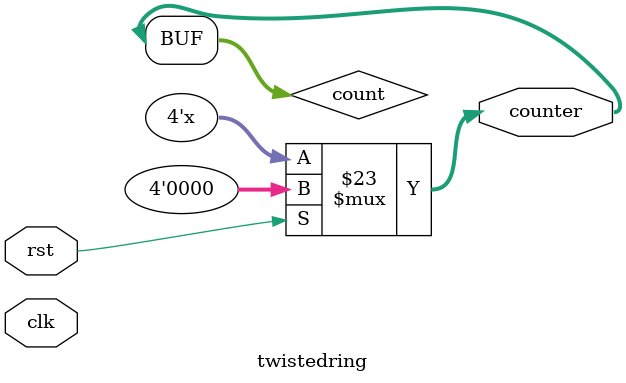
<source format=v>
`timescale 1ns / 1ps

module twistedring(clk,rst,counter);
input clk,rst; output [3:0]counter;reg [3:0]count;
always@(*) begin
if(rst==1)begin 
count =4'b0000;
end
else if(clk) begin 
count[3]=count[2];
count[2]=count[1];
count[1]=count[0];
count[0]=(~count[3]);
end
end           
assign counter = count;
endmodule
/*clk,rst,counter );
input clk,rst; output[3:0]counter;reg [3:0]count;
always@(posedge clk) begin
if(rst==1)
count <= 4'b0000;
else  begin
count [3]= count[2];
count [2]= count[1];
count [1]= count[0];
count [0]= ~count[3];end
end
assign counter = count;
endmodule*/

</source>
